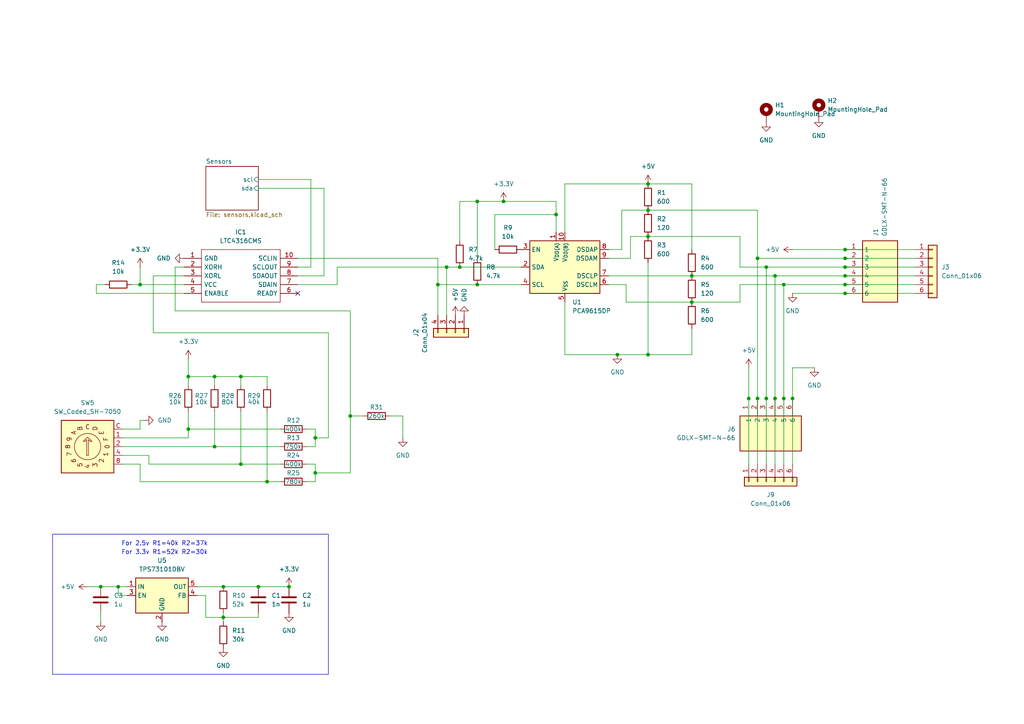
<source format=kicad_sch>
(kicad_sch (version 20250114) (generator "eeschema") (generator_version "9.0")
  (paper "A4")
  (lib_symbols
    (symbol "Connector_Generic:Conn_01x04" (pin_names (offset 1.016) (hide yes))
      (property "Reference" "J" (at 0 5.08 0))
      (property "Value" "Conn_01x04" (at 0 -7.62 0))
      (symbol "Conn_01x04_1_1"
        (rectangle (start -1.27 3.81) (end 1.27 -6.35) (stroke (width 0.254)) (fill (type background)))
        (rectangle (start -1.27 2.667) (end 0 2.413) (stroke (width 0.1524)))
        (rectangle (start -1.27 0.127) (end 0 -0.127) (stroke (width 0.1524)))
        (rectangle (start -1.27 -2.413) (end 0 -2.667) (stroke (width 0.1524)))
        (rectangle (start -1.27 -4.953) (end 0 -5.207) (stroke (width 0.1524)))
        (pin passive line (at -5.08 2.54 0) (length 3.81) (name "Pin_1") (number "1"))
        (pin passive line (at -5.08 0 0) (length 3.81) (name "Pin_2") (number "2"))
        (pin passive line (at -5.08 -2.54 0) (length 3.81) (name "Pin_3") (number "3"))
        (pin passive line (at -5.08 -5.08 0) (length 3.81) (name "Pin_4") (number "4"))
      )
    )
    (symbol "Connector_Generic:Conn_01x06" (pin_names (offset 1.016) (hide yes))
      (property "Reference" "J" (at 0 7.62 0))
      (property "Value" "Conn_01x06" (at 0 -10.16 0))
      (symbol "Conn_01x06_1_1"
        (rectangle (start -1.27 6.35) (end 1.27 -8.89) (stroke (width 0.254)) (fill (type background)))
        (rectangle (start -1.27 5.207) (end 0 4.953) (stroke (width 0.1524)))
        (rectangle (start -1.27 2.667) (end 0 2.413) (stroke (width 0.1524)))
        (rectangle (start -1.27 0.127) (end 0 -0.127) (stroke (width 0.1524)))
        (rectangle (start -1.27 -2.413) (end 0 -2.667) (stroke (width 0.1524)))
        (rectangle (start -1.27 -4.953) (end 0 -5.207) (stroke (width 0.1524)))
        (rectangle (start -1.27 -7.493) (end 0 -7.747) (stroke (width 0.1524)))
        (pin passive line (at -5.08 5.08 0) (length 3.81) (name "Pin_1") (number "1"))
        (pin passive line (at -5.08 2.54 0) (length 3.81) (name "Pin_2") (number "2"))
        (pin passive line (at -5.08 0 0) (length 3.81) (name "Pin_3") (number "3"))
        (pin passive line (at -5.08 -2.54 0) (length 3.81) (name "Pin_4") (number "4"))
        (pin passive line (at -5.08 -5.08 0) (length 3.81) (name "Pin_5") (number "5"))
        (pin passive line (at -5.08 -7.62 0) (length 3.81) (name "Pin_6") (number "6"))
      )
    )
    (symbol "Device:C" (pin_numbers (hide yes)) (pin_names (offset 0.254))
      (property "Reference" "C" (at 0.635 2.54 0))
      (property "Value" "C" (at 0.635 -2.54 0))
      (symbol "C_0_1"
        (polyline (pts (xy -2.032 0.762) (xy 2.032 0.762)) (stroke (width 0.508)))
        (polyline (pts (xy -2.032 -0.762) (xy 2.032 -0.762)) (stroke (width 0.508)))
      )
      (symbol "C_1_1"
        (pin passive line (at 0 3.81 270) (length 2.794) (name "~") (number "1"))
        (pin passive line (at 0 -3.81 90) (length 2.794) (name "~") (number "2"))
      )
    )
    (symbol "Device:R" (pin_numbers (hide yes)) (pin_names (offset 0))
      (property "Reference" "R" (at 2.032 0 90))
      (property "Value" "R" (at 0 0 90))
      (symbol "R_0_1"
        (rectangle (start -1.016 -2.54) (end 1.016 2.54) (stroke (width 0.254)))
      )
      (symbol "R_1_1"
        (pin passive line (at 0 3.81 270) (length 1.27) (name "~") (number "1"))
        (pin passive line (at 0 -3.81 90) (length 1.27) (name "~") (number "2"))
      )
    )
    (symbol "GDLX-SMT-N-66:GDLX-SMT-N-66"
      (property "Reference" "J" (at 16.51 7.62 0))
      (property "Value" "GDLX-SMT-N-66" (at 16.51 5.08 0))
      (symbol "GDLX-SMT-N-66_1_1"
        (rectangle (start 5.08 2.54) (end 15.24 -15.24) (stroke (width 0.254)) (fill (type background)))
        (pin passive line (at 0 0 0) (length 5.08) (name "1") (number "1"))
        (pin passive line (at 0 -2.54 0) (length 5.08) (name "2") (number "2"))
        (pin passive line (at 0 -5.08 0) (length 5.08) (name "3") (number "3"))
        (pin passive line (at 0 -7.62 0) (length 5.08) (name "4") (number "4"))
        (pin passive line (at 0 -10.16 0) (length 5.08) (name "5") (number "5"))
        (pin passive line (at 0 -12.7 0) (length 5.08) (name "6") (number "6"))
      )
    )
    (symbol "Interface:PCA9615DP"
      (property "Reference" "U" (at -10.16 8.89 0))
      (property "Value" "PCA9615DP" (at 1.27 8.89 0))
      (symbol "PCA9615DP_0_1"
        (rectangle (start -10.16 7.62) (end 10.16 -7.62) (stroke (width 0.254)) (fill (type background)))
      )
      (symbol "PCA9615DP_1_1"
        (pin input line (at -12.7 5.08 0) (length 2.54) (name "EN") (number "3"))
        (pin bidirectional line (at -12.7 0 0) (length 2.54) (name "SDA") (number "2"))
        (pin bidirectional line (at -12.7 -5.08 0) (length 2.54) (name "SCL") (number "4"))
        (pin power_in line (at -2.54 10.16 270) (length 2.54) (name "V_{DD(A)}") (number "1"))
        (pin power_in line (at 0 10.16 270) (length 2.54) (name "V_{DD(B)}") (number "10"))
        (pin power_in line (at 0 -10.16 90) (length 2.54) (name "V_{SS}") (number "5"))
        (pin bidirectional line (at 12.7 5.08 180) (length 2.54) (name "DSDAP") (number "8"))
        (pin bidirectional line (at 12.7 2.54 180) (length 2.54) (name "DSDAM") (number "9"))
        (pin bidirectional line (at 12.7 -2.54 180) (length 2.54) (name "DSCLP") (number "7"))
        (pin bidirectional line (at 12.7 -5.08 180) (length 2.54) (name "DSCLM") (number "6"))
      )
    )
    (symbol "LTC4316CMS#TRPBF:LTC4316CMS#TRPBF" (pin_names (offset 0.762))
      (property "Reference" "IC" (at 29.21 7.62 0))
      (property "Value" "LTC4316CMS#TRPBF" (at 29.21 5.08 0))
      (symbol "LTC4316CMS#TRPBF_0_0"
        (pin passive line (at 0 0 0) (length 5.08) (name "GND") (number "1"))
        (pin passive line (at 0 -2.54 0) (length 5.08) (name "XORH") (number "2"))
        (pin passive line (at 0 -5.08 0) (length 5.08) (name "XORL") (number "3"))
        (pin passive line (at 0 -7.62 0) (length 5.08) (name "VCC") (number "4"))
        (pin passive line (at 0 -10.16 0) (length 5.08) (name "ENABLE") (number "5"))
        (pin passive line (at 33.02 0 180) (length 5.08) (name "SCLIN") (number "10"))
        (pin passive line (at 33.02 -2.54 180) (length 5.08) (name "SCLOUT") (number "9"))
        (pin passive line (at 33.02 -5.08 180) (length 5.08) (name "SDAOUT") (number "8"))
        (pin passive line (at 33.02 -7.62 180) (length 5.08) (name "SDAIN") (number "7"))
        (pin passive line (at 33.02 -10.16 180) (length 5.08) (name "READY") (number "6"))
      )
      (symbol "LTC4316CMS#TRPBF_0_1"
        (polyline (pts (xy 5.08 2.54) (xy 27.94 2.54) (xy 27.94 -12.7) (xy 5.08 -12.7) (xy 5.08 2.54)) (stroke (width 0.1524)))
      )
    )
    (symbol "Mechanical:MountingHole_Pad" (pin_numbers (hide yes)) (pin_names (offset 1.016) (hide yes)) (exclude_from_sim yes) (in_bom no)
      (property "Reference" "H" (at 0 6.35 0))
      (property "Value" "MountingHole_Pad" (at 0 4.445 0))
      (symbol "MountingHole_Pad_0_1"
        (circle (center 0 1.27) (radius 1.27) (stroke (width 1.27)))
      )
      (symbol "MountingHole_Pad_1_1"
        (pin input line (at 0 -2.54 90) (length 2.54) (name "1") (number "1"))
      )
    )
    (symbol "Regulator_Linear:TPS73101DBV"
      (property "Reference" "U" (at -6.35 6.35 0))
      (property "Value" "TPS73101DBV" (at 0 6.35 0))
      (symbol "TPS73101DBV_0_1"
        (rectangle (start -7.62 -5.08) (end 7.62 5.08) (stroke (width 0.254)) (fill (type background)))
      )
      (symbol "TPS73101DBV_1_1"
        (pin power_in line (at -10.16 2.54 0) (length 2.54) (name "IN") (number "1"))
        (pin input line (at -10.16 0 0) (length 2.54) (name "EN") (number "3"))
        (pin power_in line (at 0 -7.62 90) (length 2.54) (name "GND") (number "2"))
        (pin power_out line (at 10.16 2.54 180) (length 2.54) (name "OUT") (number "5"))
        (pin input line (at 10.16 0 180) (length 2.54) (name "FB") (number "4"))
      )
    )
    (symbol "Switch:SW_Coded_SH-7050" (pin_names (hide yes))
      (property "Reference" "SW" (at -7.62 8.89 0))
      (property "Value" "SW_Coded_SH-7050" (at -7.62 -8.89 0))
      (symbol "SW_Coded_SH-7050_0_0"
        (text "8" (at -5.715 0 900) (effects (font (size 1.27 1.27))))
        (text "9" (at -5.2832 2.1844 675) (effects (font (size 1.27 1.27))))
        (text "7" (at -5.2832 -2.1844 1125) (effects (font (size 1.27 1.27))))
        (text "A" (at -4.0386 4.0386 450) (effects (font (size 1.27 1.27))))
        (text "6" (at -4.0386 -4.0386 1350) (effects (font (size 1.27 1.27))))
        (text "B" (at -2.1844 5.2832 225) (effects (font (size 1.27 1.27))))
        (text "5" (at -2.1844 -5.2832 1575) (effects (font (size 1.27 1.27))))
        (text "C" (at 0 5.715 0) (effects (font (size 1.27 1.27))))
        (text "4" (at 0 -5.715 1800) (effects (font (size 1.27 1.27))))
        (text "D" (at 2.1844 5.2832 3375) (effects (font (size 1.27 1.27))))
        (text "3" (at 2.1844 -5.2832 2025) (effects (font (size 1.27 1.27))))
        (text "E" (at 4.0386 4.0386 3150) (effects (font (size 1.27 1.27))))
        (text "2" (at 4.0386 -4.0386 2250) (effects (font (size 1.27 1.27))))
        (text "F" (at 5.2832 2.1844 2925) (effects (font (size 1.27 1.27))))
        (text "1" (at 5.2832 -2.1844 2475) (effects (font (size 1.27 1.27))))
        (text "0" (at 5.715 0 2700) (effects (font (size 1.27 1.27))))
      )
      (symbol "SW_Coded_SH-7050_0_1"
        (polyline (pts (xy -0.254 -2.54) (xy -0.254 2.032) (xy -0.762 1.524) (xy -1.27 1.524) (xy 0 2.794) (xy 1.27 1.524) (xy 0.762 1.524) (xy 0.254 2.032) (xy 0.254 -2.54) (xy -0.254 -2.54) (xy -0.254 -2.54)))
        (circle (center 0 0) (radius 3.81))
        (rectangle (start 7.62 7.62) (end -7.62 -7.62) (stroke (width 0.254)) (fill (type background)))
      )
      (symbol "SW_Coded_SH-7050_1_1"
        (pin passive line (at 10.16 5.08 180) (length 2.54) (name "C") (number "C"))
        (pin passive line (at 10.16 2.54 180) (length 2.54) (name "1") (number "1"))
        (pin passive line (at 10.16 0 180) (length 2.54) (name "2") (number "2"))
        (pin passive line (at 10.16 -2.54 180) (length 2.54) (name "4") (number "4"))
        (pin passive line (at 10.16 -5.08 180) (length 2.54) (name "8") (number "8"))
      )
    )
    (symbol "power:+3.3V" (power) (pin_numbers (hide yes)) (pin_names (offset 0) (hide yes))
      (property "Value" "+3.3V" (at 0 3.556 0))
      (symbol "+3.3V_0_1"
        (polyline (pts (xy -0.762 1.27) (xy 0 2.54)))
        (polyline (pts (xy 0 2.54) (xy 0.762 1.27)))
        (polyline (pts (xy 0 0) (xy 0 2.54)))
      )
      (symbol "+3.3V_1_1"
        (pin power_in line (at 0 0 90) (length 0) (name "~") (number "1"))
      )
    )
    (symbol "power:+5V" (power) (pin_numbers (hide yes)) (pin_names (offset 0) (hide yes))
      (property "Value" "+5V" (at 0 3.556 0))
      (symbol "+5V_0_1"
        (polyline (pts (xy -0.762 1.27) (xy 0 2.54)))
        (polyline (pts (xy 0 2.54) (xy 0.762 1.27)))
        (polyline (pts (xy 0 0) (xy 0 2.54)))
      )
      (symbol "+5V_1_1"
        (pin power_in line (at 0 0 90) (length 0) (name "~") (number "1"))
      )
    )
    (symbol "power:GND" (power) (pin_numbers (hide yes)) (pin_names (offset 0) (hide yes))
      (property "Value" "GND" (at 0 -3.81 0))
      (symbol "GND_0_1"
        (polyline (pts (xy 0 0) (xy 0 -1.27) (xy 1.27 -1.27) (xy 0 -2.54) (xy -1.27 -1.27) (xy 0 -1.27)))
      )
      (symbol "GND_1_1"
        (pin power_in line (at 0 0 270) (length 0) (name "~") (number "1"))
      )
    )
  )
  (rectangle (start 15.24 154.94) (end 95.25 195.58))
  (text "For 2.5v R1=40k R2=37k" (at 47.752 157.734 0) (effects (font (size 1.27 1.27))))
  (text "For 3.3v R1=52k R2=30k" (at 47.752 160.274 0) (effects (font (size 1.27 1.27))))
  (junction (at 187.96 102.87))
  (junction (at 54.61 124.46))
  (junction (at 133.35 77.47))
  (junction (at 138.43 58.42))
  (junction (at 245.11 77.47))
  (junction (at 69.85 109.22))
  (junction (at 200.66 87.63))
  (junction (at 101.6 120.65))
  (junction (at 129.54 77.47))
  (junction (at 229.87 115.57))
  (junction (at 222.25 77.47))
  (junction (at 187.96 68.58))
  (junction (at 245.11 82.55))
  (junction (at 219.71 74.93))
  (junction (at 227.33 82.55))
  (junction (at 146.05 58.42))
  (junction (at 34.29 170.18))
  (junction (at 77.47 139.7))
  (junction (at 64.77 170.18))
  (junction (at 245.11 85.09))
  (junction (at 29.21 170.18))
  (junction (at 69.85 134.62))
  (junction (at 245.11 74.93))
  (junction (at 224.79 115.57))
  (junction (at 187.96 60.96))
  (junction (at 40.64 82.55))
  (junction (at 200.66 80.01))
  (junction (at 138.43 82.55))
  (junction (at 161.29 62.23))
  (junction (at 217.17 115.57))
  (junction (at 224.79 80.01))
  (junction (at 127 82.55))
  (junction (at 74.93 170.18))
  (junction (at 62.23 129.54))
  (junction (at 62.23 109.22))
  (junction (at 187.96 53.34))
  (junction (at 227.33 115.57))
  (junction (at 179.07 102.87))
  (junction (at 83.82 170.18))
  (junction (at 64.77 179.07))
  (junction (at 91.44 137.16))
  (junction (at 91.44 127))
  (junction (at 222.25 115.57))
  (junction (at 245.11 72.39))
  (junction (at 219.71 115.57))
  (junction (at 245.11 80.01))
  (junction (at 54.61 109.22))
  (no_connect (at 86.36 85.09))
  (wire (pts (xy 200.66 95.25) (xy 200.66 102.87)))
  (wire (pts (xy 86.36 82.55) (xy 97.79 82.55)))
  (wire (pts (xy 245.11 85.09) (xy 265.43 85.09)))
  (wire (pts (xy 113.03 120.65) (xy 116.84 120.65)))
  (wire (pts (xy 40.64 77.47) (xy 40.64 82.55)))
  (wire (pts (xy 200.66 80.01) (xy 224.79 80.01)))
  (wire (pts (xy 43.18 132.08) (xy 43.18 134.62)))
  (wire (pts (xy 224.79 80.01) (xy 245.11 80.01)))
  (wire (pts (xy 187.96 76.2) (xy 187.96 102.87)))
  (wire (pts (xy 69.85 134.62) (xy 81.28 134.62)))
  (wire (pts (xy 180.34 72.39) (xy 180.34 60.96)))
  (wire (pts (xy 38.1 82.55) (xy 40.64 82.55)))
  (wire (pts (xy 88.9 124.46) (xy 91.44 124.46)))
  (wire (pts (xy 182.88 68.58) (xy 187.96 68.58)))
  (wire (pts (xy 91.44 127) (xy 91.44 124.46)))
  (wire (pts (xy 219.71 74.93) (xy 245.11 74.93)))
  (wire (pts (xy 64.77 170.18) (xy 74.93 170.18)))
  (wire (pts (xy 86.36 77.47) (xy 90.17 77.47)))
  (wire (pts (xy 57.15 172.72) (xy 59.69 172.72)))
  (wire (pts (xy 91.44 129.54) (xy 91.44 127)))
  (wire (pts (xy 229.87 72.39) (xy 245.11 72.39)))
  (wire (pts (xy 35.56 124.46) (xy 40.64 124.46)))
  (wire (pts (xy 214.63 87.63) (xy 214.63 82.55)))
  (wire (pts (xy 59.69 172.72) (xy 59.69 179.07)))
  (wire (pts (xy 34.29 172.72) (xy 34.29 170.18)))
  (wire (pts (xy 90.17 77.47) (xy 90.17 52.07)))
  (wire (pts (xy 176.53 74.93) (xy 182.88 74.93)))
  (wire (pts (xy 245.11 80.01) (xy 265.43 80.01)))
  (wire (pts (xy 101.6 137.16) (xy 91.44 137.16)))
  (wire (pts (xy 138.43 82.55) (xy 151.13 82.55)))
  (wire (pts (xy 36.83 172.72) (xy 34.29 172.72)))
  (wire (pts (xy 34.29 170.18) (xy 36.83 170.18)))
  (wire (pts (xy 219.71 60.96) (xy 219.71 74.93)))
  (wire (pts (xy 229.87 106.68) (xy 236.22 106.68)))
  (wire (pts (xy 245.11 72.39) (xy 265.43 72.39)))
  (wire (pts (xy 62.23 129.54) (xy 81.28 129.54)))
  (wire (pts (xy 180.34 60.96) (xy 187.96 60.96)))
  (wire (pts (xy 187.96 60.96) (xy 219.71 60.96)))
  (wire (pts (xy 143.51 62.23) (xy 161.29 62.23)))
  (wire (pts (xy 187.96 102.87) (xy 200.66 102.87)))
  (wire (pts (xy 44.45 96.52) (xy 44.45 80.01)))
  (wire (pts (xy 229.87 115.57) (xy 229.87 134.62)))
  (wire (pts (xy 64.77 179.07) (xy 64.77 180.34)))
  (wire (pts (xy 43.18 134.62) (xy 69.85 134.62)))
  (wire (pts (xy 176.53 72.39) (xy 180.34 72.39)))
  (wire (pts (xy 245.11 74.93) (xy 265.43 74.93)))
  (wire (pts (xy 214.63 82.55) (xy 227.33 82.55)))
  (wire (pts (xy 181.61 82.55) (xy 181.61 87.63)))
  (wire (pts (xy 127 82.55) (xy 127 91.44)))
  (wire (pts (xy 91.44 134.62) (xy 88.9 134.62)))
  (wire (pts (xy 54.61 111.76) (xy 54.61 109.22)))
  (wire (pts (xy 101.6 120.65) (xy 101.6 137.16)))
  (wire (pts (xy 245.11 82.55) (xy 265.43 82.55)))
  (wire (pts (xy 163.83 53.34) (xy 163.83 67.31)))
  (wire (pts (xy 227.33 115.57) (xy 227.33 134.62)))
  (wire (pts (xy 59.69 179.07) (xy 64.77 179.07)))
  (wire (pts (xy 214.63 68.58) (xy 214.63 77.47)))
  (wire (pts (xy 101.6 90.17) (xy 101.6 120.65)))
  (wire (pts (xy 91.44 137.16) (xy 91.44 134.62)))
  (wire (pts (xy 74.93 170.18) (xy 83.82 170.18)))
  (wire (pts (xy 77.47 139.7) (xy 81.28 139.7)))
  (wire (pts (xy 88.9 129.54) (xy 91.44 129.54)))
  (wire (pts (xy 40.64 134.62) (xy 40.64 139.7)))
  (wire (pts (xy 29.21 170.18) (xy 34.29 170.18)))
  (wire (pts (xy 77.47 119.38) (xy 77.47 139.7)))
  (wire (pts (xy 91.44 137.16) (xy 91.44 139.7)))
  (wire (pts (xy 27.94 85.09) (xy 53.34 85.09)))
  (wire (pts (xy 200.66 87.63) (xy 214.63 87.63)))
  (wire (pts (xy 35.56 127) (xy 54.61 127)))
  (wire (pts (xy 50.8 90.17) (xy 101.6 90.17)))
  (wire (pts (xy 163.83 53.34) (xy 187.96 53.34)))
  (wire (pts (xy 127 82.55) (xy 138.43 82.55)))
  (wire (pts (xy 95.25 96.52) (xy 44.45 96.52)))
  (wire (pts (xy 62.23 109.22) (xy 62.23 111.76)))
  (wire (pts (xy 27.94 82.55) (xy 30.48 82.55)))
  (wire (pts (xy 27.94 82.55) (xy 27.94 85.09)))
  (wire (pts (xy 54.61 124.46) (xy 54.61 119.38)))
  (wire (pts (xy 40.64 124.46) (xy 40.64 121.92)))
  (wire (pts (xy 95.25 96.52) (xy 95.25 127)))
  (wire (pts (xy 224.79 80.01) (xy 224.79 115.57)))
  (wire (pts (xy 229.87 85.09) (xy 245.11 85.09)))
  (wire (pts (xy 35.56 132.08) (xy 43.18 132.08)))
  (wire (pts (xy 182.88 74.93) (xy 182.88 68.58)))
  (wire (pts (xy 44.45 80.01) (xy 53.34 80.01)))
  (wire (pts (xy 57.15 170.18) (xy 64.77 170.18)))
  (wire (pts (xy 146.05 58.42) (xy 161.29 58.42)))
  (wire (pts (xy 86.36 74.93) (xy 127 74.93)))
  (wire (pts (xy 229.87 106.68) (xy 229.87 115.57)))
  (wire (pts (xy 143.51 72.39) (xy 143.51 62.23)))
  (wire (pts (xy 116.84 120.65) (xy 116.84 127)))
  (wire (pts (xy 133.35 77.47) (xy 151.13 77.47)))
  (wire (pts (xy 163.83 102.87) (xy 179.07 102.87)))
  (wire (pts (xy 187.96 68.58) (xy 214.63 68.58)))
  (wire (pts (xy 86.36 80.01) (xy 93.98 80.01)))
  (wire (pts (xy 91.44 139.7) (xy 88.9 139.7)))
  (wire (pts (xy 54.61 109.22) (xy 62.23 109.22)))
  (wire (pts (xy 29.21 177.8) (xy 29.21 180.34)))
  (wire (pts (xy 214.63 77.47) (xy 222.25 77.47)))
  (wire (pts (xy 222.25 115.57) (xy 222.25 134.62)))
  (wire (pts (xy 69.85 109.22) (xy 77.47 109.22)))
  (wire (pts (xy 35.56 134.62) (xy 40.64 134.62)))
  (wire (pts (xy 161.29 58.42) (xy 161.29 62.23)))
  (wire (pts (xy 62.23 109.22) (xy 69.85 109.22)))
  (wire (pts (xy 69.85 109.22) (xy 69.85 111.76)))
  (wire (pts (xy 40.64 139.7) (xy 77.47 139.7)))
  (wire (pts (xy 219.71 115.57) (xy 219.71 134.62)))
  (wire (pts (xy 35.56 129.54) (xy 62.23 129.54)))
  (wire (pts (xy 161.29 62.23) (xy 161.29 67.31)))
  (wire (pts (xy 74.93 179.07) (xy 74.93 177.8)))
  (wire (pts (xy 54.61 104.14) (xy 54.61 109.22)))
  (wire (pts (xy 176.53 82.55) (xy 181.61 82.55)))
  (wire (pts (xy 97.79 77.47) (xy 97.79 82.55)))
  (wire (pts (xy 133.35 58.42) (xy 138.43 58.42)))
  (wire (pts (xy 62.23 119.38) (xy 62.23 129.54)))
  (wire (pts (xy 138.43 58.42) (xy 138.43 74.93)))
  (wire (pts (xy 222.25 77.47) (xy 222.25 115.57)))
  (wire (pts (xy 176.53 80.01) (xy 200.66 80.01)))
  (wire (pts (xy 129.54 77.47) (xy 133.35 77.47)))
  (wire (pts (xy 69.85 119.38) (xy 69.85 134.62)))
  (wire (pts (xy 217.17 106.68) (xy 217.17 115.57)))
  (wire (pts (xy 50.8 77.47) (xy 53.34 77.47)))
  (wire (pts (xy 219.71 74.93) (xy 219.71 115.57)))
  (wire (pts (xy 179.07 102.87) (xy 187.96 102.87)))
  (wire (pts (xy 74.93 54.61) (xy 93.98 54.61)))
  (wire (pts (xy 54.61 127) (xy 54.61 124.46)))
  (wire (pts (xy 227.33 82.55) (xy 227.33 115.57)))
  (wire (pts (xy 217.17 115.57) (xy 217.17 134.62)))
  (wire (pts (xy 127 74.93) (xy 127 82.55)))
  (wire (pts (xy 133.35 69.85) (xy 133.35 58.42)))
  (wire (pts (xy 101.6 120.65) (xy 105.41 120.65)))
  (wire (pts (xy 25.4 170.18) (xy 29.21 170.18)))
  (wire (pts (xy 77.47 109.22) (xy 77.47 111.76)))
  (wire (pts (xy 74.93 52.07) (xy 90.17 52.07)))
  (wire (pts (xy 224.79 115.57) (xy 224.79 134.62)))
  (wire (pts (xy 91.44 127) (xy 95.25 127)))
  (wire (pts (xy 129.54 77.47) (xy 129.54 91.44)))
  (wire (pts (xy 40.64 121.92) (xy 41.91 121.92)))
  (wire (pts (xy 181.61 87.63) (xy 200.66 87.63)))
  (wire (pts (xy 245.11 77.47) (xy 265.43 77.47)))
  (wire (pts (xy 64.77 179.07) (xy 74.93 179.07)))
  (wire (pts (xy 200.66 72.39) (xy 200.66 53.34)))
  (wire (pts (xy 163.83 87.63) (xy 163.83 102.87)))
  (wire (pts (xy 64.77 177.8) (xy 64.77 179.07)))
  (wire (pts (xy 138.43 58.42) (xy 146.05 58.42)))
  (wire (pts (xy 227.33 82.55) (xy 245.11 82.55)))
  (wire (pts (xy 93.98 80.01) (xy 93.98 54.61)))
  (wire (pts (xy 50.8 90.17) (xy 50.8 77.47)))
  (wire (pts (xy 54.61 124.46) (xy 81.28 124.46)))
  (wire (pts (xy 53.34 82.55) (xy 40.64 82.55)))
  (wire (pts (xy 187.96 53.34) (xy 200.66 53.34)))
  (wire (pts (xy 97.79 77.47) (xy 129.54 77.47)))
  (wire (pts (xy 222.25 77.47) (xy 245.11 77.47)))
  (symbol (lib_id "Regulator_Linear:TPS73101DBV") (at 46.99 172.72 0) (unit 1)
    (property "Reference" "U5" (at 46.99 162.56 0))
    (property "Value" "TPS73101DBV" (at 46.99 165.1 0))
    (property "Footprint" "Package_TO_SOT_SMD:SOT-23-5" (effects (hide yes)))
    (property "Datasheet" "http://www.ti.com/lit/ds/symlink/tps731.pdf" (effects (hide yes)))
    (property "Description" "Cap free NMOS 150mA Low Drop Adjustable Out Regulator, SOT-23-5" (effects (hide yes)))
    (property "Manufacturer_Part_Number" "TPS73101DBV" (effects (hide yes)))
    (property "Supplier Name" "JLCPCB" (effects (hide yes)))
    (property "Manufacturer_Name" "TI" (effects (hide yes)))
    (property "JLCPCB Part" "TPS73101DBV" (effects (hide yes)))
  )
  (symbol (lib_id "Switch:SW_Coded_SH-7050") (at 25.4 129.54 0) (unit 1)
    (property "Reference" "SW5" (at 25.4 116.84 0))
    (property "Value" "SW_Coded_SH-7050" (at 25.4 119.38 0))
    (property "Footprint" "pcb_footprints:Rotary_Switch_16_pos" (effects (hide yes)))
    (property "Datasheet" "https://www.nidec-copal-electronics.com/e/catalog/switch/sh-7000.pdf" (effects (hide yes)))
    (property "Description" "Rotary switch, 4-bit encoding, 16 positions, Real code" (effects (hide yes)))
    (property "Supplier Name" "LCSC" (effects (hide yes)))
    (property "Manufacturer_Name" "Khon" (effects (hide yes)))
    (property "Manufacturer_Part_Number" "ES07MP-16RBZ-L1500" (effects (hide yes)))
  )
  (symbol (lib_id "Device:R") (at 187.96 57.15 0) (unit 1)
    (property "Reference" "R1" (at 190.5 55.8799 0) (effects (justify left)))
    (property "Value" "600" (at 190.5 58.4199 0) (effects (justify left)))
    (property "Footprint" "Resistor_SMD:R_0402_1005Metric_Pad0.72x0.64mm_HandSolder" (effects (hide yes)))
    (property "Description" "Resistor" (effects (hide yes)))
    (property "Supplier Name" "JLCPCB" (effects (hide yes)))
    (property "Manufacturer_Name" "UNI-ROYAL(Uniroyal Elec)" (effects (hide yes)))
    (property "Manufacturer_Part_Number" "0402WGF6040TCE" (effects (hide yes)))
    (property "JLCPCB Part" "0402WGF6040TCE" (effects (hide yes)))
  )
  (symbol (lib_id "Device:R") (at 85.09 129.54 90) (unit 1)
    (property "Reference" "R13" (at 85.09 127 90))
    (property "Value" "750k" (at 85.09 129.54 90))
    (property "Footprint" "Resistor_SMD:R_0402_1005Metric_Pad0.72x0.64mm_HandSolder" (effects (hide yes)))
    (property "Description" "Resistor" (effects (hide yes)))
    (property "Supplier Name" "JLCPCB" (effects (hide yes)))
    (property "Manufacturer_Name" "UNI-ROYAL(Uniroyal Elec)" (effects (hide yes)))
    (property "Manufacturer_Part_Number" "0402WGF7503TCE" (effects (hide yes)))
    (property "JLCPCB Part" "0402WGF7503TCE" (effects (hide yes)))
  )
  (symbol (lib_id "power:GND") (at 134.62 91.44 180) (unit 1)
    (property "Reference" "#PWR05" (effects (hide yes)))
    (property "Value" "GND" (at 134.6199 87.63 90) (effects (justify right)))
    (property "Description" "Power symbol creates a global label with name \"GND\" , ground" (effects (hide yes)))
  )
  (symbol (lib_id "GDLX-SMT-N-66:GDLX-SMT-N-66") (at 217.17 115.57 90) (mirror x) (unit 1)
    (property "Reference" "J6" (at 213.36 124.4599 90) (effects (justify left)))
    (property "Value" "GDLX-SMT-N-66" (at 213.36 126.9999 90) (effects (justify left)))
    (property "Footprint" "GDLX-SMT-N-66:GDLXSMTN66" (effects (hide yes)))
    (property "Datasheet" "https://www.kycon.com/Pub_Eng_Draw/GDLX-SMT-N-66.pdf" (effects (hide yes)))
    (property "Description" "Jack Modular Connector 6p6c (RJ11, RJ12, RJ14, RJ25) 90 Angle (Right) Unshielded" (effects (hide yes)))
    (property "Height" "13.07" (effects (hide yes)))
    (property "Manufacturer_Name" "Kycon" (effects (hide yes)))
    (property "Manufacturer_Part_Number" "GDLX-SMT-N-66" (effects (hide yes)))
  )
  (symbol (lib_id "power:GND") (at 237.49 34.29 0) (unit 1)
    (property "Reference" "#PWR046" (effects (hide yes)))
    (property "Value" "GND" (at 237.49 39.37 0))
    (property "Description" "Power symbol creates a global label with name \"GND\" , ground" (effects (hide yes)))
  )
  (symbol (lib_id "Device:C") (at 29.21 173.99 0) (unit 1)
    (property "Reference" "C3" (at 33.02 172.7199 0) (effects (justify left)))
    (property "Value" "1u" (at 33.02 175.2599 0) (effects (justify left)))
    (property "Footprint" "Capacitor_SMD:C_0603_1608Metric_Pad1.08x0.95mm_HandSolder" (effects (hide yes)))
    (property "Description" "Unpolarized capacitor" (effects (hide yes)))
    (property "Supplier Name" "JLCPCB" (effects (hide yes)))
    (property "Supplier Part Number" "C15849" (effects (hide yes)))
    (property "JLCPCB Part" "C15849" (effects (hide yes)))
  )
  (symbol (lib_id "Connector_Generic:Conn_01x06") (at 270.51 77.47 0) (unit 1)
    (property "Reference" "J3" (at 273.05 77.4699 0) (effects (justify left)))
    (property "Value" "Conn_01x06" (at 273.05 80.0099 0) (effects (justify left)))
    (property "Footprint" "Connector_JST:JST_SH_SM06B-SRSS-TB_1x06-1MP_P1.00mm_Horizontal" (effects (hide yes)))
    (property "Description" "Generic connector, single row, 01x06, script generated (kicad-library-utils/schlib/autogen/connector/)" (effects (hide yes)))
    (property "Manufacturer_Part_Number" "SM06B-SRSS-TB(LF)(SN)" (effects (hide yes)))
    (property "Supplier Name" "JLCPCB" (effects (hide yes)))
    (property "Supplier Part Number" "C160405" (effects (hide yes)))
    (property "JLCPCB Part" "C160405" (effects (hide yes)))
  )
  (symbol (lib_id "Device:R") (at 85.09 139.7 90) (unit 1)
    (property "Reference" "R25" (at 85.09 137.16 90))
    (property "Value" "780k" (at 85.09 139.7 90))
    (property "Footprint" "Resistor_SMD:R_0402_1005Metric_Pad0.72x0.64mm_HandSolder" (effects (hide yes)))
    (property "Description" "Resistor" (effects (hide yes)))
    (property "Supplier Name" "JLCPCB" (effects (hide yes)))
    (property "Manufacturer_Name" "UNI-ROYAL(Uniroyal Elec)" (effects (hide yes)))
    (property "Manufacturer_Part_Number" "0402WGF7873TCE" (effects (hide yes)))
    (property "Substitution_Value" "787k" (effects (hide yes)))
    (property "JLCPCB Part" "0402WGF7873TCE" (effects (hide yes)))
  )
  (symbol (lib_id "power:GND") (at 41.91 121.92 90) (unit 1)
    (property "Reference" "#PWR043" (effects (hide yes)))
    (property "Value" "GND" (at 45.72 121.9199 90) (effects (justify right)))
    (property "Description" "Power symbol creates a global label with name \"GND\" , ground" (effects (hide yes)))
  )
  (symbol (lib_id "power:+3.3V") (at 83.82 170.18 0) (unit 1)
    (property "Reference" "#PWR013" (effects (hide yes)))
    (property "Value" "+3.3V" (at 83.82 165.1 0))
    (property "Description" "Power symbol creates a global label with name \"+3.3V\"" (effects (hide yes)))
  )
  (symbol (lib_id "GDLX-SMT-N-66:GDLX-SMT-N-66") (at 245.11 72.39 0) (unit 1)
    (property "Reference" "J1" (at 253.9999 68.58 90) (effects (justify left)))
    (property "Value" "GDLX-SMT-N-66" (at 256.5399 68.58 90) (effects (justify left)))
    (property "Footprint" "GDLX-SMT-N-66:GDLXSMTN66" (effects (hide yes)))
    (property "Datasheet" "https://www.kycon.com/Pub_Eng_Draw/GDLX-SMT-N-66.pdf" (effects (hide yes)))
    (property "Description" "Jack Modular Connector 6p6c (RJ11, RJ12, RJ14, RJ25) 90 Angle (Right) Unshielded" (effects (hide yes)))
    (property "Height" "13.07" (effects (hide yes)))
    (property "Manufacturer_Name" "Kycon" (effects (hide yes)))
    (property "Manufacturer_Part_Number" "GDLX-SMT-N-66" (effects (hide yes)))
  )
  (symbol (lib_id "Device:R") (at 200.66 83.82 180) (unit 1)
    (property "Reference" "R5" (at 203.2 82.5499 0) (effects (justify right)))
    (property "Value" "120" (at 203.2 85.0899 0) (effects (justify right)))
    (property "Footprint" "Resistor_SMD:R_0402_1005Metric_Pad0.72x0.64mm_HandSolder" (effects (hide yes)))
    (property "Description" "Resistor" (effects (hide yes)))
    (property "Supplier Name" "JLCPCB" (effects (hide yes)))
    (property "Manufacturer_Name" "UNI-ROYAL(Uniroyal Elec)" (effects (hide yes)))
    (property "Manufacturer_Part_Number" "0402WGF1200TCE" (effects (hide yes)))
    (property "JLCPCB Part" "0402WGF1200TCE" (effects (hide yes)))
  )
  (symbol (lib_id "power:+3.3V") (at 54.61 104.14 0) (unit 1)
    (property "Reference" "#PWR042" (effects (hide yes)))
    (property "Value" "+3.3V" (at 54.61 99.06 0))
    (property "Description" "Power symbol creates a global label with name \"+3.3V\"" (effects (hide yes)))
  )
  (symbol (lib_id "Device:C") (at 83.82 173.99 0) (unit 1)
    (property "Reference" "C2" (at 87.63 172.7199 0) (effects (justify left)))
    (property "Value" "1u" (at 87.63 175.2599 0) (effects (justify left)))
    (property "Footprint" "Capacitor_SMD:C_0603_1608Metric_Pad1.08x0.95mm_HandSolder" (effects (hide yes)))
    (property "Description" "Unpolarized capacitor" (effects (hide yes)))
    (property "Supplier Name" "JLCPCB" (effects (hide yes)))
    (property "Supplier Part Number" "C15849" (effects (hide yes)))
    (property "JLCPCB Part" "C15849" (effects (hide yes)))
  )
  (symbol (lib_id "Device:R") (at 200.66 76.2 0) (unit 1)
    (property "Reference" "R4" (at 203.2 74.9299 0) (effects (justify left)))
    (property "Value" "600" (at 203.2 77.4699 0) (effects (justify left)))
    (property "Footprint" "Resistor_SMD:R_0402_1005Metric_Pad0.72x0.64mm_HandSolder" (effects (hide yes)))
    (property "Description" "Resistor" (effects (hide yes)))
    (property "Supplier Name" "JLCPCB" (effects (hide yes)))
    (property "Manufacturer_Name" "UNI-ROYAL(Uniroyal Elec)" (effects (hide yes)))
    (property "Manufacturer_Part_Number" "0402WGF6040TCE" (effects (hide yes)))
    (property "JLCPCB Part" "0402WGF6040TCE" (effects (hide yes)))
  )
  (symbol (lib_id "power:GND") (at 179.07 102.87 0) (unit 1)
    (property "Reference" "#PWR01" (effects (hide yes)))
    (property "Value" "GND" (at 179.07 107.95 0))
    (property "Description" "Power symbol creates a global label with name \"GND\" , ground" (effects (hide yes)))
  )
  (symbol (lib_id "power:GND") (at 29.21 180.34 0) (unit 1)
    (property "Reference" "#PWR012" (effects (hide yes)))
    (property "Value" "GND" (at 29.21 185.42 0))
    (property "Description" "Power symbol creates a global label with name \"GND\" , ground" (effects (hide yes)))
  )
  (symbol (lib_id "Device:R") (at 85.09 124.46 90) (unit 1)
    (property "Reference" "R12" (at 85.09 121.92 90))
    (property "Value" "400k" (at 85.09 124.46 90))
    (property "Footprint" "Resistor_SMD:R_0402_1005Metric_Pad0.72x0.64mm_HandSolder" (effects (hide yes)))
    (property "Description" "Resistor" (effects (hide yes)))
    (property "Supplier Name" "JLCPCB" (effects (hide yes)))
    (property "Manufacturer_Name" "UNI-ROYAL(Uniroyal Elec)" (effects (hide yes)))
    (property "Manufacturer_Part_Number" "0402WGF4023TCE" (effects (hide yes)))
    (property "Substitution_Value" "402k" (effects (hide yes)))
    (property "JLCPCB Part" "0402WGF4023TCE" (effects (hide yes)))
  )
  (symbol (lib_id "LTC4316CMS#TRPBF:LTC4316CMS#TRPBF") (at 53.34 74.93 0) (unit 1)
    (property "Reference" "IC1" (at 69.85 67.31 0))
    (property "Value" "LTC4316CMS" (at 69.85 69.85 0))
    (property "Footprint" "LTC4316CMS:SOP50P490X110-10N" (effects (hide yes)))
    (property "Datasheet" "https://www.analog.com/LTC4316/datasheet" (effects (hide yes)))
    (property "Description" "Single I2C/SMBus Address Translator" (effects (hide yes)))
    (property "Description_1" "Single I2C/SMBus Address Translator" (effects (hide yes)))
    (property "Height" "1.1" (effects (hide yes)))
    (property "Manufacturer_Name" "Analog Devices" (effects (hide yes)))
    (property "Manufacturer_Part_Number" "LTC4316CMS#TRPBF" (effects (hide yes)))
    (property "Mouser Part Number" "584-LTC4316CMS#TRPBF" (effects (hide yes)))
    (property "Mouser Price/Stock" "https://www.mouser.co.uk/ProductDetail/Analog-Devices/LTC4316CMSTRPBF?qs=oahfZPh6IAKVj4EfOIF5DQ%3D%3D" (effects (hide yes)))
    (property "Arrow Part Number" "LTC4316CMS#TRPBF" (effects (hide yes)))
    (property "Arrow Price/Stock" "https://www.arrow.com/en/products/ltc4316cmstrpbf/analog-devices?region=nac" (effects (hide yes)))
  )
  (symbol (lib_id "Device:R") (at 138.43 78.74 0) (unit 1)
    (property "Reference" "R8" (at 140.97 77.4699 0) (effects (justify left)))
    (property "Value" "4.7k" (at 140.97 80.0099 0) (effects (justify left)))
    (property "Footprint" "Resistor_SMD:R_0402_1005Metric_Pad0.72x0.64mm_HandSolder" (effects (hide yes)))
    (property "Description" "Resistor" (effects (hide yes)))
    (property "Supplier Name" "JLCPCB" (effects (hide yes)))
    (property "Manufacturer_Name" "UNI-ROYAL(Uniroyal Elec)" (effects (hide yes)))
    (property "Manufacturer_Part_Number" "0402WGF4701TCE" (effects (hide yes)))
    (property "JLCPCB Part" "0402WGF4701TCE" (effects (hide yes)))
  )
  (symbol (lib_id "Device:R") (at 187.96 72.39 0) (unit 1)
    (property "Reference" "R3" (at 190.5 71.1199 0) (effects (justify left)))
    (property "Value" "600" (at 190.5 73.6599 0) (effects (justify left)))
    (property "Footprint" "Resistor_SMD:R_0402_1005Metric_Pad0.72x0.64mm_HandSolder" (effects (hide yes)))
    (property "Description" "Resistor" (effects (hide yes)))
    (property "Supplier Name" "JLCPCB" (effects (hide yes)))
    (property "Manufacturer_Name" "UNI-ROYAL(Uniroyal Elec)" (effects (hide yes)))
    (property "Manufacturer_Part_Number" "0402WGF6040TCE" (effects (hide yes)))
    (property "JLCPCB Part" "0402WGF6040TCE" (effects (hide yes)))
  )
  (symbol (lib_id "power:+5V") (at 217.17 106.68 0) (unit 1)
    (property "Reference" "#PWR048" (effects (hide yes)))
    (property "Value" "+5V" (at 217.17 101.6 0))
    (property "Description" "Power symbol creates a global label with name \"+5V\"" (effects (hide yes)))
  )
  (symbol (lib_id "power:+5V") (at 229.87 72.39 90) (unit 1)
    (property "Reference" "#PWR04" (effects (hide yes)))
    (property "Value" "+5V" (at 226.06 72.3899 90) (effects (justify left)))
    (property "Description" "Power symbol creates a global label with name \"+5V\"" (effects (hide yes)))
  )
  (symbol (lib_id "power:GND") (at 53.34 74.93 270) (mirror x) (unit 1)
    (property "Reference" "#PWR015" (effects (hide yes)))
    (property "Value" "GND" (at 49.53 74.9299 90) (effects (justify right)))
    (property "Description" "Power symbol creates a global label with name \"GND\" , ground" (effects (hide yes)))
  )
  (symbol (lib_id "power:GND") (at 222.25 35.56 0) (unit 1)
    (property "Reference" "#PWR045" (effects (hide yes)))
    (property "Value" "GND" (at 222.25 40.64 0))
    (property "Description" "Power symbol creates a global label with name \"GND\" , ground" (effects (hide yes)))
  )
  (symbol (lib_id "Device:R") (at 187.96 64.77 180) (unit 1)
    (property "Reference" "R2" (at 190.5 63.4999 0) (effects (justify right)))
    (property "Value" "120" (at 190.5 66.0399 0) (effects (justify right)))
    (property "Footprint" "Resistor_SMD:R_0402_1005Metric_Pad0.72x0.64mm_HandSolder" (effects (hide yes)))
    (property "Description" "Resistor" (effects (hide yes)))
    (property "Supplier Name" "JLCPCB" (effects (hide yes)))
    (property "Manufacturer_Name" "UNI-ROYAL(Uniroyal Elec)" (effects (hide yes)))
    (property "Manufacturer_Part_Number" "0402WGF1200TCE" (effects (hide yes)))
    (property "JLCPCB Part" "0402WGF1200TCE" (effects (hide yes)))
  )
  (symbol (lib_id "Device:R") (at 62.23 115.57 0) (unit 1)
    (property "Reference" "R27" (at 58.42 114.808 0))
    (property "Value" "10k" (at 58.42 116.586 0))
    (property "Footprint" "Resistor_SMD:R_0402_1005Metric_Pad0.72x0.64mm_HandSolder" (effects (hide yes)))
    (property "Description" "Resistor" (effects (hide yes)))
    (property "Supplier Name" "JLCPCB" (effects (hide yes)))
    (property "Manufacturer_Name" "UNI-ROYAL(Uniroyal Elec)" (effects (hide yes)))
    (property "Manufacturer_Part_Number" "0402WGF1002TCE" (effects (hide yes)))
    (property "JLCPCB Part" "0402WGF1002TCE" (effects (hide yes)))
  )
  (symbol (lib_id "power:GND") (at 236.22 106.68 0) (unit 1)
    (property "Reference" "#PWR049" (effects (hide yes)))
    (property "Value" "GND" (at 236.22 111.76 0))
    (property "Description" "Power symbol creates a global label with name \"GND\" , ground" (effects (hide yes)))
  )
  (symbol (lib_id "Device:R") (at 69.85 115.57 0) (unit 1)
    (property "Reference" "R28" (at 66.04 114.808 0))
    (property "Value" "80k" (at 66.04 116.586 0))
    (property "Footprint" "Resistor_SMD:R_0402_1005Metric_Pad0.72x0.64mm_HandSolder" (effects (hide yes)))
    (property "Description" "Resistor" (effects (hide yes)))
    (property "Supplier Name" "JLCPCB" (effects (hide yes)))
    (property "Manufacturer_Name" "UNI-ROYAL(Uniroyal Elec)" (effects (hide yes)))
    (property "Manufacturer_Part_Number" "NQ02WGF8062TCE" (effects (hide yes)))
    (property "Substitution_Value" "80.6k" (effects (hide yes)))
    (property "JLCPCB Part" "NQ02WGF8062TCE" (effects (hide yes)))
  )
  (symbol (lib_id "Device:C") (at 74.93 173.99 0) (unit 1)
    (property "Reference" "C1" (at 78.74 172.7199 0) (effects (justify left)))
    (property "Value" "1n" (at 78.74 175.2599 0) (effects (justify left)))
    (property "Footprint" "Capacitor_SMD:C_0402_1005Metric_Pad0.74x0.62mm_HandSolder" (effects (hide yes)))
    (property "Description" "Unpolarized capacitor" (effects (hide yes)))
    (property "Supplier Name" "JLCPCB" (effects (hide yes)))
    (property "Supplier Part Number" "C1523" (effects (hide yes)))
    (property "JLCPCB Part" "C1523" (effects (hide yes)))
  )
  (symbol (lib_id "Device:R") (at 77.47 115.57 0) (unit 1)
    (property "Reference" "R29" (at 73.66 114.808 0))
    (property "Value" "40k" (at 73.66 116.586 0))
    (property "Footprint" "Resistor_SMD:R_0402_1005Metric_Pad0.72x0.64mm_HandSolder" (effects (hide yes)))
    (property "Description" "Resistor" (effects (hide yes)))
    (property "Supplier Name" "JLCPCB" (effects (hide yes)))
    (property "Manufacturer_Name" "UNI-ROYAL(Uniroyal Elec)" (effects (hide yes)))
    (property "Manufacturer_Part_Number" "0402WGF4022TCE" (effects (hide yes)))
    (property "Substitution_Value" "40.2k" (effects (hide yes)))
    (property "JLCPCB Part" "0402WGF4022TCE" (effects (hide yes)))
  )
  (symbol (lib_id "power:GND") (at 64.77 187.96 0) (unit 1)
    (property "Reference" "#PWR08" (effects (hide yes)))
    (property "Value" "GND" (at 64.77 193.04 0))
    (property "Description" "Power symbol creates a global label with name \"GND\" , ground" (effects (hide yes)))
  )
  (symbol (lib_id "power:GND") (at 116.84 127 0) (unit 1)
    (property "Reference" "#PWR044" (effects (hide yes)))
    (property "Value" "GND" (at 116.84 132.08 0))
    (property "Description" "Power symbol creates a global label with name \"GND\" , ground" (effects (hide yes)))
  )
  (symbol (lib_id "power:+5V") (at 187.96 53.34 0) (unit 1)
    (property "Reference" "#PWR03" (effects (hide yes)))
    (property "Value" "+5V" (at 187.96 48.26 0))
    (property "Description" "Power symbol creates a global label with name \"+5V\"" (effects (hide yes)))
  )
  (symbol (lib_id "Device:R") (at 54.61 115.57 0) (unit 1)
    (property "Reference" "R26" (at 50.8 114.808 0))
    (property "Value" "10k" (at 50.8 116.586 0))
    (property "Footprint" "Resistor_SMD:R_0402_1005Metric_Pad0.72x0.64mm_HandSolder" (effects (hide yes)))
    (property "Description" "Resistor" (effects (hide yes)))
    (property "Supplier Name" "JLCPCB" (effects (hide yes)))
    (property "Manufacturer_Name" "UNI-ROYAL(Uniroyal Elec)" (effects (hide yes)))
    (property "Manufacturer_Part_Number" "0402WGF1002TCE" (effects (hide yes)))
    (property "JLCPCB Part" "0402WGF1002TCE" (effects (hide yes)))
  )
  (symbol (lib_id "Mechanical:MountingHole_Pad") (at 222.25 33.02 0) (unit 1) (exclude_from_sim yes) (in_bom no)
    (property "Reference" "H1" (at 224.79 30.4799 0) (effects (justify left)))
    (property "Value" "MountingHole_Pad" (at 224.79 33.0199 0) (effects (justify left)))
    (property "Footprint" "MountingHole:MountingHole_4.5mm_Pad_TopOnly" (effects (hide yes)))
    (property "Description" "Mounting Hole with connection" (effects (hide yes)))
  )
  (symbol (lib_id "power:+3.3V") (at 40.64 77.47 0) (unit 1)
    (property "Reference" "#PWR014" (effects (hide yes)))
    (property "Value" "+3.3V" (at 40.64 72.39 0))
    (property "Description" "Power symbol creates a global label with name \"+3.3V\"" (effects (hide yes)))
  )
  (symbol (lib_id "power:+3.3V") (at 146.05 58.42 0) (unit 1)
    (property "Reference" "#PWR02" (effects (hide yes)))
    (property "Value" "+3.3V" (at 146.05 53.34 0))
    (property "Description" "Power symbol creates a global label with name \"+3.3V\"" (effects (hide yes)))
  )
  (symbol (lib_id "Device:R") (at 64.77 184.15 0) (unit 1)
    (property "Reference" "R11" (at 67.31 182.8799 0) (effects (justify left)))
    (property "Value" "30k" (at 67.31 185.4199 0) (effects (justify left)))
    (property "Footprint" "Resistor_SMD:R_0402_1005Metric_Pad0.72x0.64mm_HandSolder" (effects (hide yes)))
    (property "Description" "Resistor" (effects (hide yes)))
    (property "Supplier Name" "JLCPCB" (effects (hide yes)))
    (property "Manufacturer_Name" "UNI-ROYAL(Uniroyal Elec)" (effects (hide yes)))
    (property "Manufacturer_Part_Number" "0402WGF3302TCE" (effects (hide yes)))
    (property "Substitution_Value" "33k" (effects (hide yes)))
    (property "JLCPCB Part" "0402WGF3302TCE" (effects (hide yes)))
  )
  (symbol (lib_id "Device:R") (at 133.35 73.66 0) (unit 1)
    (property "Reference" "R7" (at 135.89 72.3899 0) (effects (justify left)))
    (property "Value" "4.7k" (at 135.89 74.9299 0) (effects (justify left)))
    (property "Footprint" "Resistor_SMD:R_0402_1005Metric_Pad0.72x0.64mm_HandSolder" (effects (hide yes)))
    (property "Description" "Resistor" (effects (hide yes)))
    (property "Supplier Name" "JLCPCB" (effects (hide yes)))
    (property "Manufacturer_Name" "UNI-ROYAL(Uniroyal Elec)" (effects (hide yes)))
    (property "Manufacturer_Part_Number" "0402WGF4701TCE" (effects (hide yes)))
    (property "JLCPCB Part" "0402WGF4701TCE" (effects (hide yes)))
  )
  (symbol (lib_id "power:GND") (at 46.99 180.34 0) (unit 1)
    (property "Reference" "#PWR010" (effects (hide yes)))
    (property "Value" "GND" (at 46.99 185.42 0))
    (property "Description" "Power symbol creates a global label with name \"GND\" , ground" (effects (hide yes)))
  )
  (symbol (lib_id "Connector_Generic:Conn_01x04") (at 132.08 96.52 270) (unit 1)
    (property "Reference" "J2" (at 120.65 96.52 0))
    (property "Value" "Conn_01x04" (at 123.19 96.52 0))
    (property "Footprint" "Connector_JST:JST_SH_SM04B-SRSS-TB_1x04-1MP_P1.00mm_Horizontal" (effects (hide yes)))
    (property "Description" "Generic connector, single row, 01x04, script generated (kicad-library-utils/schlib/autogen/connector/)" (effects (hide yes)))
    (property "Manufacturer_Part_Number" "XY-SM04B-SRSS-TB" (effects (hide yes)))
    (property "Supplier Name" "JLCPCB" (effects (hide yes)))
    (property "Supplier Part Number" "C51940130" (effects (hide yes)))
    (property "JLCPCB Part" "C51940130" (effects (hide yes)))
  )
  (symbol (lib_id "Device:R") (at 34.29 82.55 90) (unit 1)
    (property "Reference" "R14" (at 34.29 76.2 90))
    (property "Value" "10k" (at 34.29 78.74 90))
    (property "Footprint" "Resistor_SMD:R_0402_1005Metric_Pad0.72x0.64mm_HandSolder" (effects (hide yes)))
    (property "Description" "Resistor" (effects (hide yes)))
    (property "Supplier Name" "JLCPCB" (effects (hide yes)))
    (property "Manufacturer_Name" "UNI-ROYAL(Uniroyal Elec)" (effects (hide yes)))
    (property "Manufacturer_Part_Number" "0402WGF1002TCE" (effects (hide yes)))
    (property "JLCPCB Part" "0402WGF1002TCE" (effects (hide yes)))
  )
  (symbol (lib_id "Device:R") (at 64.77 173.99 0) (unit 1)
    (property "Reference" "R10" (at 67.31 172.7199 0) (effects (justify left)))
    (property "Value" "52k" (at 67.31 175.2599 0) (effects (justify left)))
    (property "Footprint" "Resistor_SMD:R_0402_1005Metric_Pad0.72x0.64mm_HandSolder" (effects (hide yes)))
    (property "Description" "Resistor" (effects (hide yes)))
    (property "Supplier Name" "JLCPCB" (effects (hide yes)))
    (property "Manufacturer_Name" "UNI-ROYAL(Uniroyal Elec)" (effects (hide yes)))
    (property "Manufacturer_Part_Number" "0402WGF5102TCE" (effects (hide yes)))
    (property "Substitution_Value" "51k" (effects (hide yes)))
    (property "JLCPCB Part" "0402WGF5102TCE" (effects (hide yes)))
  )
  (symbol (lib_id "power:GND") (at 83.82 177.8 0) (unit 1)
    (property "Reference" "#PWR09" (effects (hide yes)))
    (property "Value" "GND" (at 83.82 182.88 0))
    (property "Description" "Power symbol creates a global label with name \"GND\" , ground" (effects (hide yes)))
  )
  (symbol (lib_id "Mechanical:MountingHole_Pad") (at 237.49 31.75 0) (unit 1) (exclude_from_sim yes) (in_bom no)
    (property "Reference" "H2" (at 240.03 29.2099 0) (effects (justify left)))
    (property "Value" "MountingHole_Pad" (at 240.03 31.7499 0) (effects (justify left)))
    (property "Footprint" "MountingHole:MountingHole_4.5mm_Pad_TopOnly" (effects (hide yes)))
    (property "Description" "Mounting Hole with connection" (effects (hide yes)))
  )
  (symbol (lib_id "Connector_Generic:Conn_01x06") (at 222.25 139.7 90) (mirror x) (unit 1)
    (property "Reference" "J9" (at 223.52 143.51 90))
    (property "Value" "Conn_01x06" (at 223.52 146.05 90))
    (property "Footprint" "Connector_JST:JST_SH_SM06B-SRSS-TB_1x06-1MP_P1.00mm_Horizontal" (effects (hide yes)))
    (property "Description" "Generic connector, single row, 01x06, script generated (kicad-library-utils/schlib/autogen/connector/)" (effects (hide yes)))
    (property "Manufacturer_Part_Number" "SM06B-SRSS-TB(LF)(SN)" (effects (hide yes)))
    (property "Supplier Name" "JLCPCB" (effects (hide yes)))
    (property "Supplier Part Number" "C160405" (effects (hide yes)))
    (property "JLCPCB Part" "C160405" (effects (hide yes)))
  )
  (symbol (lib_id "power:+5V") (at 132.08 91.44 0) (unit 1)
    (property "Reference" "#PWR06" (effects (hide yes)))
    (property "Value" "+5V" (at 132.0799 87.63 90) (effects (justify left)))
    (property "Description" "Power symbol creates a global label with name \"+5V\"" (effects (hide yes)))
  )
  (symbol (lib_id "Device:R") (at 85.09 134.62 90) (unit 1)
    (property "Reference" "R24" (at 85.09 132.08 90))
    (property "Value" "400k" (at 85.09 134.62 90))
    (property "Footprint" "Resistor_SMD:R_0402_1005Metric_Pad0.72x0.64mm_HandSolder" (effects (hide yes)))
    (property "Description" "Resistor" (effects (hide yes)))
    (property "Supplier Name" "JLCPCB" (effects (hide yes)))
    (property "Manufacturer_Name" "UNI-ROYAL(Uniroyal Elec)" (effects (hide yes)))
    (property "Manufacturer_Part_Number" "0402WGF4023TCE" (effects (hide yes)))
    (property "Substitution_Value" "402k" (effects (hide yes)))
    (property "JLCPCB Part" "0402WGF4023TCE" (effects (hide yes)))
  )
  (symbol (lib_id "Device:R") (at 109.22 120.65 90) (unit 1)
    (property "Reference" "R31" (at 109.22 118.11 90))
    (property "Value" "260k" (at 109.22 120.65 90))
    (property "Footprint" "Resistor_SMD:R_0402_1005Metric_Pad0.72x0.64mm_HandSolder" (effects (hide yes)))
    (property "Description" "Resistor" (effects (hide yes)))
    (property "Supplier Name" "JLCPCB" (effects (hide yes)))
    (property "Manufacturer_Name" "UNI-ROYAL(Uniroyal Elec)" (effects (hide yes)))
    (property "Manufacturer_Part_Number" "0402WGF2613TCE" (effects (hide yes)))
    (property "Substitution_Value" "261k" (effects (hide yes)))
    (property "JLCPCB Part" "0402WGF2613TCE" (effects (hide yes)))
  )
  (symbol (lib_id "Device:R") (at 200.66 91.44 0) (unit 1)
    (property "Reference" "R6" (at 203.2 90.1699 0) (effects (justify left)))
    (property "Value" "600" (at 203.2 92.7099 0) (effects (justify left)))
    (property "Footprint" "Resistor_SMD:R_0402_1005Metric_Pad0.72x0.64mm_HandSolder" (effects (hide yes)))
    (property "Description" "Resistor" (effects (hide yes)))
    (property "Supplier Name" "JLCPCB" (effects (hide yes)))
    (property "Manufacturer_Name" "UNI-ROYAL(Uniroyal Elec)" (effects (hide yes)))
    (property "Manufacturer_Part_Number" "0402WGF6040TCE" (effects (hide yes)))
    (property "JLCPCB Part" "0402WGF6040TCE" (effects (hide yes)))
  )
  (symbol (lib_id "power:+5V") (at 25.4 170.18 90) (unit 1)
    (property "Reference" "#PWR011" (effects (hide yes)))
    (property "Value" "+5V" (at 21.59 170.1799 90) (effects (justify left)))
    (property "Description" "Power symbol creates a global label with name \"+5V\"" (effects (hide yes)))
  )
  (symbol (lib_id "Interface:PCA9615DP") (at 163.83 77.47 0) (unit 1)
    (property "Reference" "U1" (at 165.9733 87.63 0) (effects (justify left)))
    (property "Value" "PCA9615DP" (at 165.9733 90.17 0) (effects (justify left)))
    (property "Footprint" "Package_SO:TSSOP-10_3x3mm_P0.5mm" (effects (hide yes)))
    (property "Datasheet" "https://www.nxp.com/docs/en/data-sheet/PCA9615.pdf" (effects (hide yes)))
    (property "Description" "Dual bidirectional hot-swap multipoint bus buffer, SO-8" (effects (hide yes)))
    (property "Supplier Name" "JLCPCB" (effects (hide yes)))
    (property "Manufacturer_Name" "NXP" (effects (hide yes)))
    (property "Manufacturer_Part_Number" "PCA9615DP" (effects (hide yes)))
    (property "JLCPCB Part" "PCA9615DP" (effects (hide yes)))
  )
  (symbol (lib_id "power:GND") (at 229.87 85.09 0) (unit 1)
    (property "Reference" "#PWR07" (effects (hide yes)))
    (property "Value" "GND" (at 229.87 90.17 0))
    (property "Description" "Power symbol creates a global label with name \"GND\" , ground" (effects (hide yes)))
  )
  (symbol (lib_id "Device:R") (at 147.32 72.39 90) (unit 1)
    (property "Reference" "R9" (at 147.32 66.04 90))
    (property "Value" "10k" (at 147.32 68.58 90))
    (property "Footprint" "Resistor_SMD:R_0402_1005Metric_Pad0.72x0.64mm_HandSolder" (effects (hide yes)))
    (property "Description" "Resistor" (effects (hide yes)))
    (property "Supplier Name" "JLCPCB" (effects (hide yes)))
    (property "Manufacturer_Name" "UNI-ROYAL(Uniroyal Elec)" (effects (hide yes)))
    (property "Manufacturer_Part_Number" "0402WGF1002TCE" (effects (hide yes)))
    (property "JLCPCB Part" "0402WGF1002TCE" (effects (hide yes)))
  )
  (sheet (at 59.69 48.26) (size 15.24 12.7) (stroke (width 0.1524))
    (property "Sheetname" "Sensors" (at 59.69 47.5484 0) (effects (justify left bottom)))
    (property "Sheetfile" "sensors.kicad_sch" (at 59.69 61.5446 0) (effects (justify left top)))
    (pin "scl" input (at 74.93 52.07 0))
    (pin "sda" input (at 74.93 54.61 0))
  )
)
</source>
